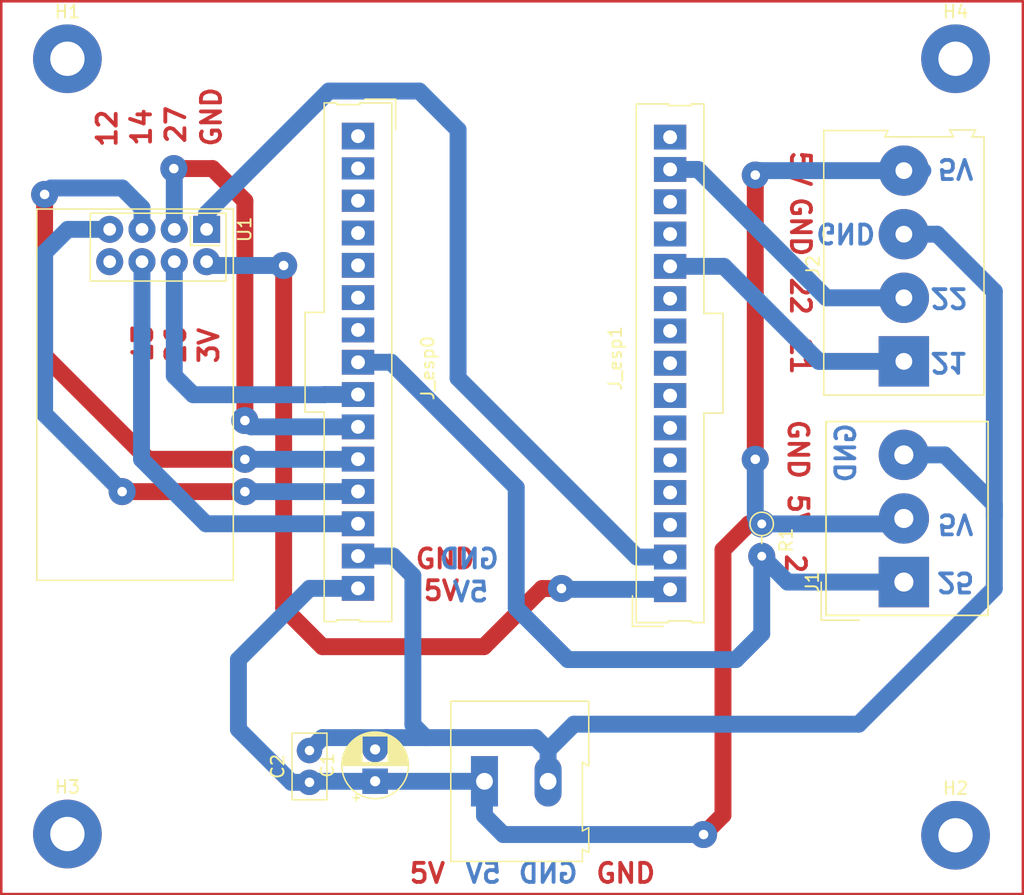
<source format=kicad_pcb>
(kicad_pcb (version 20221018) (generator pcbnew)
  (layers (0 "F.Cu" signal) (31 "B.Cu" signal) (34 "B.Paste" user) (35 "F.Paste" user) (36 "B.SilkS" user "B.Silkscreen") (37 "F.SilkS" user "F.Silkscreen") (38 "B.Mask" user) (39 "F.Mask" user) (44 "Edge.Cuts" user))
  (net 0 "")
  (net 1 "5v")
  (net 2 "GND5V")
  (net 3 "D25")
  (net 4 "D34")
  (net 5 "D33")
  (net 6 "D27")
  (net 7 "D26")
  (net 8 "D14")
  (net 9 "D13")
  (net 10 "D4")
  (net 11 "D5")
  (net 12 "D18")
  (net 13 "D23")
  (net 14 "D19")
  (net 16 "EN")
  (net 17 "VP")
  (net 18 "VN")
  (net 19 "D35")
  (net 20 "D32")
  (net 21 "D12")
  (net 22 "3V3")
  (net 23 "GND2")
  (net 24 "D15")
  (net 25 "D2")
  (net 26 "RX2")
  (net 27 "TX2")
  (net 28 "D21")
  (net 29 "RX0")
  (net 30 "TX0")
  (net 31 "D22")
  (footprint "MountingHole:MountingHole_2.7mm_M2.5_Pad" (layer "F.Cu") (at 249.936 123.036)
    (fp_text reference "H2" (at 0 -3.7) (layer "F.SilkS"))
    (fp_text value "MountingHole")
    (pad "1" thru_hole circle (at 0 0) (size 5.4 5.4) (drill 2.7) (layers "*.Cu" "*.Mask"))
  )
  (footprint "TerminalBlock:TerminalBlock_Altech_AK300-2_P5.00mm" (layer "F.Cu") (at 212.894888 118.792)
    (fp_text reference "5V1" hide)
    (fp_text value "Screw_Terminal_01x02")
    (fp_line (start -2.65 -6.3) (end -2.65 6.3) (stroke (width 0.12)) (layer "F.SilkS"))
    (fp_line (start -2.65 6.3) (end 7.7 6.3) (stroke (width 0.12)) (layer "F.SilkS"))
    (fp_line (start 7.7 -1.5) (end 8.2 -1.2) (stroke (width 0.12)) (layer "F.SilkS"))
    (fp_line (start 7.7 3.9) (end 7.7 -1.5) (stroke (width 0.12)) (layer "F.SilkS"))
    (fp_line (start 7.7 5.35) (end 8.2 5.6) (stroke (width 0.12)) (layer "F.SilkS"))
    (fp_line (start 7.7 6.3) (end 7.7 5.35) (stroke (width 0.12)) (layer "F.SilkS"))
    (fp_line (start 8.2 -6.3) (end -2.65 -6.3) (stroke (width 0.12)) (layer "F.SilkS"))
    (fp_line (start 8.2 -1.2) (end 8.2 -6.3) (stroke (width 0.12)) (layer "F.SilkS"))
    (fp_line (start 8.2 3.65) (end 7.7 3.9) (stroke (width 0.12)) (layer "F.SilkS"))
    (fp_line (start 8.2 3.7) (end 8.2 3.65) (stroke (width 0.12)) (layer "F.SilkS"))
    (fp_line (start 8.2 5.6) (end 8.2 3.7) (stroke (width 0.12)) (layer "F.SilkS"))
    (pad "1" thru_hole rect (at 0 0) (size 2.125 3.96) (drill 1.32) (layers "*.Cu" "*.Mask") (net 1 "5v"))
    (pad "2" thru_hole oval (at 5 0) (size 2.125 3.96) (drill 1.32) (layers "*.Cu" "*.Mask") (net 2 "GND5V"))
  )
  (footprint "Resistor_THT:R_Axial_DIN0204_L3.6mm_D1.6mm_P2.54mm_Vertical" (layer "F.Cu") (at 234.696 98.552 -90)
    (fp_text reference "R1" (at 1.27 -1.92 90) (layer "F.SilkS"))
    (fp_text value "10k")
    (fp_line (start 0.92 0) (end 1.54 0) (stroke (width 0.12)) (layer "F.SilkS"))
    (fp_circle (center 0 0) (end 0.92 0) (stroke (width 0.12)) (fill none) (layer "F.SilkS"))
    (pad "1" thru_hole circle (at 0 0 270) (size 2.125 2.125) (drill 0.7) (layers "*.Cu" "*.Mask") (net 1 "5v"))
    (pad "2" thru_hole oval (at 2.54 0 270) (size 2.125 2.125) (drill 0.7) (layers "*.Cu" "*.Mask") (net 3 "D25"))
  )
  (footprint "Capacitor_THT:CP_Radial_D5.0mm_P2.50mm" (layer "F.Cu") (at 204.296 118.785112 90)
    (fp_text reference "C1" (at 1.25 -3.75 90) (layer "F.SilkS"))
    (fp_text value "C_Polarized")
    (fp_line (start -1.554775 -1.475) (end -1.054775 -1.475) (stroke (width 0.12)) (layer "F.SilkS"))
    (fp_line (start -1.304775 -1.725) (end -1.304775 -1.225) (stroke (width 0.12)) (layer "F.SilkS"))
    (fp_line (start 1.25 -2.58) (end 1.25 2.58) (stroke (width 0.12)) (layer "F.SilkS"))
    (fp_line (start 1.29 -2.58) (end 1.29 2.58) (stroke (width 0.12)) (layer "F.SilkS"))
    (fp_line (start 1.33 -2.579) (end 1.33 2.579) (stroke (width 0.12)) (layer "F.SilkS"))
    (fp_line (start 1.37 -2.578) (end 1.37 2.578) (stroke (width 0.12)) (layer "F.SilkS"))
    (fp_line (start 1.41 -2.576) (end 1.41 2.576) (stroke (width 0.12)) (layer "F.SilkS"))
    (fp_line (start 1.45 -2.573) (end 1.45 2.573) (stroke (width 0.12)) (layer "F.SilkS"))
    (fp_line (start 1.49 -2.569) (end 1.49 -1.04) (stroke (width 0.12)) (layer "F.SilkS"))
    (fp_line (start 1.49 1.04) (end 1.49 2.569) (stroke (width 0.12)) (layer "F.SilkS"))
    (fp_line (start 1.53 -2.565) (end 1.53 -1.04) (stroke (width 0.12)) (layer "F.SilkS"))
    (fp_line (start 1.53 1.04) (end 1.53 2.565) (stroke (width 0.12)) (layer "F.SilkS"))
    (fp_line (start 1.57 -2.561) (end 1.57 -1.04) (stroke (width 0.12)) (layer "F.SilkS"))
    (fp_line (start 1.57 1.04) (end 1.57 2.561) (stroke (width 0.12)) (layer "F.SilkS"))
    (fp_line (start 1.61 -2.556) (end 1.61 -1.04) (stroke (width 0.12)) (layer "F.SilkS"))
    (fp_line (start 1.61 1.04) (end 1.61 2.556) (stroke (width 0.12)) (layer "F.SilkS"))
    (fp_line (start 1.65 -2.55) (end 1.65 -1.04) (stroke (width 0.12)) (layer "F.SilkS"))
    (fp_line (start 1.65 1.04) (end 1.65 2.55) (stroke (width 0.12)) (layer "F.SilkS"))
    (fp_line (start 1.69 -2.543) (end 1.69 -1.04) (stroke (width 0.12)) (layer "F.SilkS"))
    (fp_line (start 1.69 1.04) (end 1.69 2.543) (stroke (width 0.12)) (layer "F.SilkS"))
    (fp_line (start 1.73 -2.536) (end 1.73 -1.04) (stroke (width 0.12)) (layer "F.SilkS"))
    (fp_line (start 1.73 1.04) (end 1.73 2.536) (stroke (width 0.12)) (layer "F.SilkS"))
    (fp_line (start 1.77 -2.528) (end 1.77 -1.04) (stroke (width 0.12)) (layer "F.SilkS"))
    (fp_line (start 1.77 1.04) (end 1.77 2.528) (stroke (width 0.12)) (layer "F.SilkS"))
    (fp_line (start 1.81 -2.52) (end 1.81 -1.04) (stroke (width 0.12)) (layer "F.SilkS"))
    (fp_line (start 1.81 1.04) (end 1.81 2.52) (stroke (width 0.12)) (layer "F.SilkS"))
    (fp_line (start 1.85 -2.511) (end 1.85 -1.04) (stroke (width 0.12)) (layer "F.SilkS"))
    (fp_line (start 1.85 1.04) (end 1.85 2.511) (stroke (width 0.12)) (layer "F.SilkS"))
    (fp_line (start 1.89 -2.501) (end 1.89 -1.04) (stroke (width 0.12)) (layer "F.SilkS"))
    (fp_line (start 1.89 1.04) (end 1.89 2.501) (stroke (width 0.12)) (layer "F.SilkS"))
    (fp_line (start 1.93 -2.491) (end 1.93 -1.04) (stroke (width 0.12)) (layer "F.SilkS"))
    (fp_line (start 1.93 1.04) (end 1.93 2.491) (stroke (width 0.12)) (layer "F.SilkS"))
    (fp_line (start 1.971 -2.48) (end 1.971 -1.04) (stroke (width 0.12)) (layer "F.SilkS"))
    (fp_line (start 1.971 1.04) (end 1.971 2.48) (stroke (width 0.12)) (layer "F.SilkS"))
    (fp_line (start 2.011 -2.468) (end 2.011 -1.04) (stroke (width 0.12)) (layer "F.SilkS"))
    (fp_line (start 2.011 1.04) (end 2.011 2.468) (stroke (width 0.12)) (layer "F.SilkS"))
    (fp_line (start 2.051 -2.455) (end 2.051 -1.04) (stroke (width 0.12)) (layer "F.SilkS"))
    (fp_line (start 2.051 1.04) (end 2.051 2.455) (stroke (width 0.12)) (layer "F.SilkS"))
    (fp_line (start 2.091 -2.442) (end 2.091 -1.04) (stroke (width 0.12)) (layer "F.SilkS"))
    (fp_line (start 2.091 1.04) (end 2.091 2.442) (stroke (width 0.12)) (layer "F.SilkS"))
    (fp_line (start 2.131 -2.428) (end 2.131 -1.04) (stroke (width 0.12)) (layer "F.SilkS"))
    (fp_line (start 2.131 1.04) (end 2.131 2.428) (stroke (width 0.12)) (layer "F.SilkS"))
    (fp_line (start 2.171 -2.414) (end 2.171 -1.04) (stroke (width 0.12)) (layer "F.SilkS"))
    (fp_line (start 2.171 1.04) (end 2.171 2.414) (stroke (width 0.12)) (layer "F.SilkS"))
    (fp_line (start 2.211 -2.398) (end 2.211 -1.04) (stroke (width 0.12)) (layer "F.SilkS"))
    (fp_line (start 2.211 1.04) (end 2.211 2.398) (stroke (width 0.12)) (layer "F.SilkS"))
    (fp_line (start 2.251 -2.382) (end 2.251 -1.04) (stroke (width 0.12)) (layer "F.SilkS"))
    (fp_line (start 2.251 1.04) (end 2.251 2.382) (stroke (width 0.12)) (layer "F.SilkS"))
    (fp_line (start 2.291 -2.365) (end 2.291 -1.04) (stroke (width 0.12)) (layer "F.SilkS"))
    (fp_line (start 2.291 1.04) (end 2.291 2.365) (stroke (width 0.12)) (layer "F.SilkS"))
    (fp_line (start 2.331 -2.348) (end 2.331 -1.04) (stroke (width 0.12)) (layer "F.SilkS"))
    (fp_line (start 2.331 1.04) (end 2.331 2.348) (stroke (width 0.12)) (layer "F.SilkS"))
    (fp_line (start 2.371 -2.329) (end 2.371 -1.04) (stroke (width 0.12)) (layer "F.SilkS"))
    (fp_line (start 2.371 1.04) (end 2.371 2.329) (stroke (width 0.12)) (layer "F.SilkS"))
    (fp_line (start 2.411 -2.31) (end 2.411 -1.04) (stroke (width 0.12)) (layer "F.SilkS"))
    (fp_line (start 2.411 1.04) (end 2.411 2.31) (stroke (width 0.12)) (layer "F.SilkS"))
    (fp_line (start 2.451 -2.29) (end 2.451 -1.04) (stroke (width 0.12)) (layer "F.SilkS"))
    (fp_line (start 2.451 1.04) (end 2.451 2.29) (stroke (width 0.12)) (layer "F.SilkS"))
    (fp_line (start 2.491 -2.268) (end 2.491 -1.04) (stroke (width 0.12)) (layer "F.SilkS"))
    (fp_line (start 2.491 1.04) (end 2.491 2.268) (stroke (width 0.12)) (layer "F.SilkS"))
    (fp_line (start 2.531 -2.247) (end 2.531 -1.04) (stroke (width 0.12)) (layer "F.SilkS"))
    (fp_line (start 2.531 1.04) (end 2.531 2.247) (stroke (width 0.12)) (layer "F.SilkS"))
    (fp_line (start 2.571 -2.224) (end 2.571 -1.04) (stroke (width 0.12)) (layer "F.SilkS"))
    (fp_line (start 2.571 1.04) (end 2.571 2.224) (stroke (width 0.12)) (layer "F.SilkS"))
    (fp_line (start 2.611 -2.2) (end 2.611 -1.04) (stroke (width 0.12)) (layer "F.SilkS"))
    (fp_line (start 2.611 1.04) (end 2.611 2.2) (stroke (width 0.12)) (layer "F.SilkS"))
    (fp_line (start 2.651 -2.175) (end 2.651 -1.04) (stroke (width 0.12)) (layer "F.SilkS"))
    (fp_line (start 2.651 1.04) (end 2.651 2.175) (stroke (width 0.12)) (layer "F.SilkS"))
    (fp_line (start 2.691 -2.149) (end 2.691 -1.04) (stroke (width 0.12)) (layer "F.SilkS"))
    (fp_line (start 2.691 1.04) (end 2.691 2.149) (stroke (width 0.12)) (layer "F.SilkS"))
    (fp_line (start 2.731 -2.122) (end 2.731 -1.04) (stroke (width 0.12)) (layer "F.SilkS"))
    (fp_line (start 2.731 1.04) (end 2.731 2.122) (stroke (width 0.12)) (layer "F.SilkS"))
    (fp_line (start 2.771 -2.095) (end 2.771 -1.04) (stroke (width 0.12)) (layer "F.SilkS"))
    (fp_line (start 2.771 1.04) (end 2.771 2.095) (stroke (width 0.12)) (layer "F.SilkS"))
    (fp_line (start 2.811 -2.065) (end 2.811 -1.04) (stroke (width 0.12)) (layer "F.SilkS"))
    (fp_line (start 2.811 1.04) (end 2.811 2.065) (stroke (width 0.12)) (layer "F.SilkS"))
    (fp_line (start 2.851 -2.035) (end 2.851 -1.04) (stroke (width 0.12)) (layer "F.SilkS"))
    (fp_line (start 2.851 1.04) (end 2.851 2.035) (stroke (width 0.12)) (layer "F.SilkS"))
    (fp_line (start 2.891 -2.004) (end 2.891 -1.04) (stroke (width 0.12)) (layer "F.SilkS"))
    (fp_line (start 2.891 1.04) (end 2.891 2.004) (stroke (width 0.12)) (layer "F.SilkS"))
    (fp_line (start 2.931 -1.971) (end 2.931 -1.04) (stroke (width 0.12)) (layer "F.SilkS"))
    (fp_line (start 2.931 1.04) (end 2.931 1.971) (stroke (width 0.12)) (layer "F.SilkS"))
    (fp_line (start 2.971 -1.937) (end 2.971 -1.04) (stroke (width 0.12)) (layer "F.SilkS"))
    (fp_line (start 2.971 1.04) (end 2.971 1.937) (stroke (width 0.12)) (layer "F.SilkS"))
    (fp_line (start 3.011 -1.901) (end 3.011 -1.04) (stroke (width 0.12)) (layer "F.SilkS"))
    (fp_line (start 3.011 1.04) (end 3.011 1.901) (stroke (width 0.12)) (layer "F.SilkS"))
    (fp_line (start 3.051 -1.864) (end 3.051 -1.04) (stroke (width 0.12)) (layer "F.SilkS"))
    (fp_line (start 3.051 1.04) (end 3.051 1.864) (stroke (width 0.12)) (layer "F.SilkS"))
    (fp_line (start 3.091 -1.826) (end 3.091 -1.04) (stroke (width 0.12)) (layer "F.SilkS"))
    (fp_line (start 3.091 1.04) (end 3.091 1.826) (stroke (width 0.12)) (layer "F.SilkS"))
    (fp_line (start 3.131 -1.785) (end 3.131 -1.04) (stroke (width 0.12)) (layer "F.SilkS"))
    (fp_line (start 3.131 1.04) (end 3.131 1.785) (stroke (width 0.12)) (layer "F.SilkS"))
    (fp_line (start 3.171 -1.743) (end 3.171 -1.04) (stroke (width 0.12)) (layer "F.SilkS"))
    (fp_line (start 3.171 1.04) (end 3.171 1.743) (stroke (width 0.12)) (layer "F.SilkS"))
    (fp_line (start 3.211 -1.699) (end 3.211 -1.04) (stroke (width 0.12)) (layer "F.SilkS"))
    (fp_line (start 3.211 1.04) (end 3.211 1.699) (stroke (width 0.12)) (layer "F.SilkS"))
    (fp_line (start 3.251 -1.653) (end 3.251 -1.04) (stroke (width 0.12)) (layer "F.SilkS"))
    (fp_line (start 3.251 1.04) (end 3.251 1.653) (stroke (width 0.12)) (layer "F.SilkS"))
    (fp_line (start 3.291 -1.605) (end 3.291 -1.04) (stroke (width 0.12)) (layer "F.SilkS"))
    (fp_line (start 3.291 1.04) (end 3.291 1.605) (stroke (width 0.12)) (layer "F.SilkS"))
    (fp_line (start 3.331 -1.554) (end 3.331 -1.04) (stroke (width 0.12)) (layer "F.SilkS"))
    (fp_line (start 3.331 1.04) (end 3.331 1.554) (stroke (width 0.12)) (layer "F.SilkS"))
    (fp_line (start 3.371 -1.5) (end 3.371 -1.04) (stroke (width 0.12)) (layer "F.SilkS"))
    (fp_line (start 3.371 1.04) (end 3.371 1.5) (stroke (width 0.12)) (layer "F.SilkS"))
    (fp_line (start 3.411 -1.443) (end 3.411 -1.04) (stroke (width 0.12)) (layer "F.SilkS"))
    (fp_line (start 3.411 1.04) (end 3.411 1.443) (stroke (width 0.12)) (layer "F.SilkS"))
    (fp_line (start 3.451 -1.383) (end 3.451 -1.04) (stroke (width 0.12)) (layer "F.SilkS"))
    (fp_line (start 3.451 1.04) (end 3.451 1.383) (stroke (width 0.12)) (layer "F.SilkS"))
    (fp_line (start 3.491 -1.319) (end 3.491 -1.04) (stroke (width 0.12)) (layer "F.SilkS"))
    (fp_line (start 3.491 1.04) (end 3.491 1.319) (stroke (width 0.12)) (layer "F.SilkS"))
    (fp_line (start 3.531 -1.251) (end 3.531 -1.04) (stroke (width 0.12)) (layer "F.SilkS"))
    (fp_line (start 3.531 1.04) (end 3.531 1.251) (stroke (width 0.12)) (layer "F.SilkS"))
    (fp_line (start 3.571 -1.178) (end 3.571 1.178) (stroke (width 0.12)) (layer "F.SilkS"))
    (fp_line (start 3.611 -1.098) (end 3.611 1.098) (stroke (width 0.12)) (layer "F.SilkS"))
    (fp_line (start 3.651 -1.011) (end 3.651 1.011) (stroke (width 0.12)) (layer "F.SilkS"))
    (fp_line (start 3.691 -0.915) (end 3.691 0.915) (stroke (width 0.12)) (layer "F.SilkS"))
    (fp_line (start 3.731 -0.805) (end 3.731 0.805) (stroke (width 0.12)) (layer "F.SilkS"))
    (fp_line (start 3.771 -0.677) (end 3.771 0.677) (stroke (width 0.12)) (layer "F.SilkS"))
    (fp_line (start 3.811 -0.518) (end 3.811 0.518) (stroke (width 0.12)) (layer "F.SilkS"))
    (fp_line (start 3.851 -0.284) (end 3.851 0.284) (stroke (width 0.12)) (layer "F.SilkS"))
    (fp_circle (center 1.25 0) (end 3.87 0) (stroke (width 0.12)) (fill none) (layer "F.SilkS"))
    (pad "1" thru_hole rect (at 0 0 90) (size 2 2) (drill 0.8) (layers "*.Cu" "*.Mask") (net 1 "5v"))
    (pad "2" thru_hole circle (at 2.5 0 90) (size 2 2) (drill 0.8) (layers "*.Cu" "*.Mask") (net 2 "GND5V"))
  )
  (footprint "TerminalBlock_Altech:Altech_AK300_1x03_P5.00mm_45-Degree" (layer "F.Cu") (at 245.872 103.124 90)
    (fp_text reference "J1" (at 0 -7.2 90) (layer "F.SilkS"))
    (fp_text value "Screw_Terminal_01x03")
    (fp_line (start -3 -6.5) (end 0 -6.5) (stroke (width 0.12)) (layer "F.SilkS"))
    (fp_line (start -3 -3.5) (end -3 -6.5) (stroke (width 0.12)) (layer "F.SilkS"))
    (fp_line (start -2.62 -6.12) (end -2.62 6.62) (stroke (width 0.12)) (layer "F.SilkS"))
    (fp_line (start -2.62 -6.12) (end -2.62 6.62) (stroke (width 0.12)) (layer "F.SilkS"))
    (fp_line (start -2.62 -6.12) (end 12.62 -6.12) (stroke (width 0.12)) (layer "F.SilkS"))
    (fp_line (start -2.62 -6.12) (end 12.62 -6.12) (stroke (width 0.12)) (layer "F.SilkS"))
    (fp_line (start -2.62 6.62) (end 12.62 6.62) (stroke (width 0.12)) (layer "F.SilkS"))
    (fp_line (start -2.62 6.62) (end 12.62 6.62) (stroke (width 0.12)) (layer "F.SilkS"))
    (fp_line (start 12.62 -6.12) (end 12.62 6.62) (stroke (width 0.12)) (layer "F.SilkS"))
    (fp_line (start 12.62 -6.12) (end 12.62 6.62) (stroke (width 0.12)) (layer "F.SilkS"))
    (pad "1" thru_hole rect (at 0 0 90) (size 3.96 3.96) (drill 1.5) (layers "*.Cu" "*.Mask") (net 3 "D25"))
    (pad "2" thru_hole circle (at 5 0 90) (size 3.96 3.96) (drill 1.5) (layers "*.Cu" "*.Mask") (net 1 "5v"))
    (pad "3" thru_hole circle (at 10 0 90) (size 3.96 3.96) (drill 1.5) (layers "*.Cu" "*.Mask") (net 2 "GND5V"))
  )
  (footprint "TerminalBlock:TerminalBlock_Altech_AK300-4_P5.00mm" (layer "F.Cu") (at 245.872 85.772 90)
    (fp_text reference "J2" (at 7.5 -7.15 90) (layer "F.SilkS"))
    (fp_text value "Screw_Terminal_01x04")
    (fp_line (start -2.65 -6.3) (end 18.15 -6.3) (stroke (width 0.12)) (layer "F.SilkS"))
    (fp_line (start -2.65 6.3) (end -2.65 -6.3) (stroke (width 0.12)) (layer "F.SilkS"))
    (fp_line (start 17.65 -1.5) (end 17.65 3.9) (stroke (width 0.12)) (layer "F.SilkS"))
    (fp_line (start 17.65 3.9) (end 18.2 3.6) (stroke (width 0.12)) (layer "F.SilkS"))
    (fp_line (start 17.65 5.35) (end 17.65 6.3) (stroke (width 0.12)) (layer "F.SilkS"))
    (fp_line (start 17.65 6.3) (end -2.65 6.3) (stroke (width 0.12)) (layer "F.SilkS"))
    (fp_line (start 18.15 -6.3) (end 18.15 -1.25) (stroke (width 0.12)) (layer "F.SilkS"))
    (fp_line (start 18.15 -1.25) (end 17.65 -1.5) (stroke (width 0.12)) (layer "F.SilkS"))
    (fp_line (start 18.2 3.6) (end 18.2 5.65) (stroke (width 0.12)) (layer "F.SilkS"))
    (fp_line (start 18.2 5.65) (end 17.65 5.35) (stroke (width 0.12)) (layer "F.SilkS"))
    (pad "1" thru_hole rect (at 0 0 90) (size 3.96 3.96) (drill 1.32) (layers "*.Cu" "*.Mask") (net 28 "D21"))
    (pad "2" thru_hole oval (at 5 0 90) (size 3.96 3.96) (drill 1.32) (layers "*.Cu" "*.Mask") (net 31 "D22"))
    (pad "3" thru_hole oval (at 10 0 90) (size 3.96 3.96) (drill 1.32) (layers "*.Cu" "*.Mask") (net 2 "GND5V"))
    (pad "4" thru_hole oval (at 15 0 90) (size 3.96 3.96) (drill 1.32) (layers "*.Cu" "*.Mask") (net 1 "5v"))
  )
  (footprint "MountingHole:MountingHole_2.7mm_M2.5_Pad" (layer "F.Cu") (at 249.936 61.976)
    (fp_text reference "H4" (at 0 -3.7) (layer "F.SilkS"))
    (fp_text value "MountingHole")
    (pad "1" thru_hole circle (at 0 0) (size 5.4 5.4) (drill 2.7) (layers "*.Cu" "*.Mask"))
  )
  (footprint "RF_Module:nRF24L01_Breakout" (layer "F.Cu") (at 191.045 75.392 -90)
    (fp_text reference "U1" (at 0 -3 90) (layer "F.SilkS"))
    (fp_text value "NRF24L01_Breakout")
    (fp_line (start -1.6 -2.1) (end -1.6 -2.1) (stroke (width 0.12)) (layer "F.SilkS"))
    (fp_line (start -1.6 -2.1) (end 27.6 -2.1) (stroke (width 0.12)) (layer "F.SilkS"))
    (fp_line (start -1.6 13.35) (end -1.6 -2.1) (stroke (width 0.12)) (layer "F.SilkS"))
    (fp_line (start -1.27 -1.524) (end -1.27 -1.524) (stroke (width 0.12)) (layer "F.SilkS"))
    (fp_line (start -1.27 -1.524) (end 4.064 -1.524) (stroke (width 0.12)) (layer "F.SilkS"))
    (fp_line (start -1.27 9.144) (end -1.27 -1.524) (stroke (width 0.12)) (layer "F.SilkS"))
    (fp_line (start -1.27 9.144) (end -1.27 9.144) (stroke (width 0.12)) (layer "F.SilkS"))
    (fp_line (start -1.016 1.27) (end -1.016 1.27) (stroke (width 0.12)) (layer "F.SilkS"))
    (fp_line (start 1.27 -1.016) (end 1.27 1.27) (stroke (width 0.12)) (layer "F.SilkS"))
    (fp_line (start 1.27 1.27) (end -1.016 1.27) (stroke (width 0.12)) (layer "F.SilkS"))
    (fp_line (start 4.064 -1.524) (end 4.064 9.144) (stroke (width 0.12)) (layer "F.SilkS"))
    (fp_line (start 4.064 9.144) (end -1.27 9.144) (stroke (width 0.12)) (layer "F.SilkS"))
    (fp_line (start 27.6 -2.1) (end 27.6 13.35) (stroke (width 0.12)) (layer "F.SilkS"))
    (fp_line (start 27.6 13.35) (end -1.6 13.35) (stroke (width 0.12)) (layer "F.SilkS"))
    (pad "1" thru_hole rect (at 0 0 270) (size 2.125 2.125) (drill 1) (layers "*.Cu" "*.Mask") (net 23 "GND2"))
    (pad "2" thru_hole circle (at 2.54 0 270) (size 2.125 2.125) (drill 1) (layers "*.Cu" "*.Mask") (net 22 "3V3"))
    (pad "3" thru_hole circle (at 0 2.54 270) (size 2.125 2.125) (drill 1) (layers "*.Cu" "*.Mask") (net 6 "D27"))
    (pad "4" thru_hole circle (at 2.54 2.54 270) (size 2.125 2.125) (drill 1) (layers "*.Cu" "*.Mask") (net 7 "D26"))
    (pad "5" thru_hole circle (at 0 5.08 270) (size 2.125 2.125) (drill 1) (layers "*.Cu" "*.Mask") (net 8 "D14"))
    (pad "6" thru_hole circle (at 2.54 5.08 270) (size 2.125 2.125) (drill 1) (layers "*.Cu" "*.Mask") (net 9 "D13"))
    (pad "7" thru_hole circle (at 0 7.62 270) (size 2.125 2.125) (drill 1) (layers "*.Cu" "*.Mask") (net 21 "D12"))
    (pad "8" thru_hole circle (at 2.54 7.62 270) (size 2.125 2.125) (drill 1) (layers "*.Cu" "*.Mask"))
  )
  (footprint "Capacitor_THT:C_Disc_D5.0mm_W2.5mm_P2.50mm" (layer "F.Cu") (at 199.136 118.872 90)
    (fp_text reference "C2" (at 1.25 -2.5 90) (layer "F.SilkS"))
    (fp_text value "C_Generic")
    (fp_line (start -1.37 -1.37) (end -1.37 1.37) (stroke (width 0.12)) (layer "F.SilkS"))
    (fp_line (start -1.37 -1.37) (end 3.87 -1.37) (stroke (width 0.12)) (layer "F.SilkS"))
    (fp_line (start -1.37 1.37) (end 3.87 1.37) (stroke (width 0.12)) (layer "F.SilkS"))
    (fp_line (start 3.87 -1.37) (end 3.87 1.37) (stroke (width 0.12)) (layer "F.SilkS"))
    (pad "1" thru_hole circle (at 0 0 90) (size 2 2) (drill 0.75) (layers "*.Cu" "*.Mask") (net 1 "5v"))
    (pad "2" thru_hole circle (at 2.5 0 90) (size 2 2) (drill 0.74) (layers "*.Cu" "*.Mask") (net 2 "GND5V"))
  )
  (footprint "esp32:Connector_Molex_Molex_SL_171971-0015_1x15_P2.54mm_Vertical_squares" (layer "F.Cu") (at 219.3405 85.459 90)
    (fp_text reference "J_esp1" (at -0.06 3.8375 90 unlocked) (layer "F.SilkS"))
    (fp_text value "Conn_01x15_Female")
    (fp_line (start -21.15 5.19) (end -18.74 5.19) (stroke (width 0.12)) (layer "F.SilkS"))
    (fp_line (start -21.15 7.6) (end -21.15 5.19) (stroke (width 0.12)) (layer "F.SilkS"))
    (fp_line (start -20.85 5.49) (end -20.85 8.02) (stroke (width 0.12)) (layer "F.SilkS"))
    (fp_line (start -20.85 8.02) (end -20.72 8.02) (stroke (width 0.12)) (layer "F.SilkS"))
    (fp_line (start -20.85 9.83) (end -20.85 10.81) (stroke (width 0.12)) (layer "F.SilkS"))
    (fp_line (start -20.85 10.81) (end -4.38 10.81) (stroke (width 0.12)) (layer "F.SilkS"))
    (fp_line (start -20.72 8.02) (end -20.72 9.83) (stroke (width 0.12)) (layer "F.SilkS"))
    (fp_line (start -20.72 9.83) (end -20.85 9.83) (stroke (width 0.12)) (layer "F.SilkS"))
    (fp_line (start -4.38 10.81) (end -4.38 12.31) (stroke (width 0.12)) (layer "F.SilkS"))
    (fp_line (start -4.38 12.31) (end 3.46 12.31) (stroke (width 0.12)) (layer "F.SilkS"))
    (fp_line (start 3.46 10.81) (end 19.93 10.81) (stroke (width 0.12)) (layer "F.SilkS"))
    (fp_line (start 3.46 12.31) (end 3.46 10.81) (stroke (width 0.12)) (layer "F.SilkS"))
    (fp_line (start 19.8 8.02) (end 19.93 8.02) (stroke (width 0.12)) (layer "F.SilkS"))
    (fp_line (start 19.8 9.83) (end 19.8 8.02) (stroke (width 0.12)) (layer "F.SilkS"))
    (fp_line (start 19.93 5.49) (end -20.85 5.49) (stroke (width 0.12)) (layer "F.SilkS"))
    (fp_line (start 19.93 8.02) (end 19.93 5.49) (stroke (width 0.12)) (layer "F.SilkS"))
    (fp_line (start 19.93 9.83) (end 19.8 9.83) (stroke (width 0.12)) (layer "F.SilkS"))
    (fp_line (start 19.93 10.81) (end 19.93 9.83) (stroke (width 0.12)) (layer "F.SilkS"))
    (pad "1" thru_hole rect (at -18.24 8.15 90) (size 2 2.54) (drill 1.09) (layers "F&B.Cu" "*.Mask") (net 22 "3V3"))
    (pad "2" thru_hole rect (at -15.7 8.15 90) (size 1.95 2.54) (drill 1.09) (layers "F&B.Cu" "*.Mask") (net 23 "GND2"))
    (pad "3" thru_hole rect (at -13.16 8.15 90) (size 1.95 2.54) (drill 1.09) (layers "F&B.Cu" "*.Mask") (net 24 "D15"))
    (pad "4" thru_hole rect (at -10.62 8.15 90) (size 1.95 2.54) (drill 1.09) (layers "F&B.Cu" "*.Mask") (net 25 "D2"))
    (pad "5" thru_hole rect (at -8.08 8.15 90) (size 1.95 2.54) (drill 1.09) (layers "F&B.Cu" "*.Mask") (net 10 "D4"))
    (pad "6" thru_hole rect (at -5.54 8.15 90) (size 1.95 2.54) (drill 1.09) (layers "F&B.Cu" "*.Mask") (net 26 "RX2"))
    (pad "7" thru_hole rect (at -3 8.15 90) (size 1.95 2.54) (drill 1.09) (layers "F&B.Cu" "*.Mask") (net 27 "TX2"))
    (pad "8" thru_hole rect (at -0.46 8.15 90) (size 1.95 2.54) (drill 1.09) (layers "F&B.Cu" "*.Mask") (net 11 "D5"))
    (pad "9" thru_hole rect (at 2.08 8.15 90) (size 1.95 2.54) (drill 1.09) (layers "F&B.Cu" "*.Mask") (net 12 "D18"))
    (pad "10" thru_hole rect (at 4.62 8.15 90) (size 1.95 2.54) (drill 1.09) (layers "F&B.Cu" "*.Mask") (net 14 "D19"))
    (pad "11" thru_hole rect (at 7.16 8.15 90) (size 1.95 2.54) (drill 1.09) (layers "F&B.Cu" "*.Mask") (net 28 "D21"))
    (pad "12" thru_hole rect (at 9.7 8.15 90) (size 1.95 2.54) (drill 1.09) (layers "F&B.Cu" "*.Mask") (net 29 "RX0"))
    (pad "13" thru_hole rect (at 12.24 8.15 90) (size 1.95 2.54) (drill 1.09) (layers "F&B.Cu" "*.Mask") (net 30 "TX0"))
    (pad "14" thru_hole rect (at 14.78 8.15 90) (size 1.95 2.54) (drill 1.09) (layers "F&B.Cu" "*.Mask") (net 31 "D22"))
    (pad "15" thru_hole rect (at 17.32 8.15 90) (size 1.95 2.54) (drill 1.09) (layers "F&B.Cu" "*.Mask") (net 13 "D23"))
  )
  (footprint "MountingHole:MountingHole_2.7mm_M2.5_Pad" (layer "F.Cu") (at 180.1 122.936)
    (fp_text reference "H3" (at 0 -3.7) (layer "F.SilkS"))
    (fp_text value "MountingHole")
    (pad "1" thru_hole circle (at 0 0) (size 5.4 5.4) (drill 2.7) (layers "*.Cu" "*.Mask"))
  )
  (footprint "esp32:Connector_Molex_Molex_SL_171971-0015_1x15_P2.54mm_Vertical_squares" (layer "F.Cu") (at 211.1 86.3 -90)
    (fp_text reference "J_esp0" (at 0 2.6675 90 unlocked) (layer "F.SilkS"))
    (fp_text value "Conn_01x15_Female")
    (fp_line (start -21.15 5.19) (end -18.74 5.19) (stroke (width 0.12)) (layer "F.SilkS"))
    (fp_line (start -21.15 7.6) (end -21.15 5.19) (stroke (width 0.12)) (layer "F.SilkS"))
    (fp_line (start -20.85 5.49) (end -20.85 8.02) (stroke (width 0.12)) (layer "F.SilkS"))
    (fp_line (start -20.85 8.02) (end -20.72 8.02) (stroke (width 0.12)) (layer "F.SilkS"))
    (fp_line (start -20.85 9.83) (end -20.85 10.81) (stroke (width 0.12)) (layer "F.SilkS"))
    (fp_line (start -20.85 10.81) (end -4.38 10.81) (stroke (width 0.12)) (layer "F.SilkS"))
    (fp_line (start -20.72 8.02) (end -20.72 9.83) (stroke (width 0.12)) (layer "F.SilkS"))
    (fp_line (start -20.72 9.83) (end -20.85 9.83) (stroke (width 0.12)) (layer "F.SilkS"))
    (fp_line (start -4.38 10.81) (end -4.38 12.31) (stroke (width 0.12)) (layer "F.SilkS"))
    (fp_line (start -4.38 12.31) (end 3.46 12.31) (stroke (width 0.12)) (layer "F.SilkS"))
    (fp_line (start 3.46 10.81) (end 19.93 10.81) (stroke (width 0.12)) (layer "F.SilkS"))
    (fp_line (start 3.46 12.31) (end 3.46 10.81) (stroke (width 0.12)) (layer "F.SilkS"))
    (fp_line (start 19.8 8.02) (end 19.93 8.02) (stroke (width 0.12)) (layer "F.SilkS"))
    (fp_line (start 19.8 9.83) (end 19.8 8.02) (stroke (width 0.12)) (layer "F.SilkS"))
    (fp_line (start 19.93 5.49) (end -20.85 5.49) (stroke (width 0.12)) (layer "F.SilkS"))
    (fp_line (start 19.93 8.02) (end 19.93 5.49) (stroke (width 0.12)) (layer "F.SilkS"))
    (fp_line (start 19.93 9.83) (end 19.8 9.83) (stroke (width 0.12)) (layer "F.SilkS"))
    (fp_line (start 19.93 10.81) (end 19.93 9.83) (stroke (width 0.12)) (layer "F.SilkS"))
    (pad "1" thru_hole rect (at -18.24 8.15 270) (size 2.1 2.54) (drill 1.09) (layers "F&B.Cu" "*.Mask") (net 16 "EN"))
    (pad "2" thru_hole rect (at -15.7 8.15 270) (size 1.74 2.54) (drill 1.09) (layers "F&B.Cu" "*.Mask") (net 17 "VP"))
    (pad "3" thru_hole rect (at -13.16 8.15 270) (size 1.74 2.54) (drill 1.09) (layers "F&B.Cu" "*.Mask") (net 18 "VN"))
    (pad "4" thru_hole rect (at -10.62 8.15 270) (size 1.95 2.54) (drill 1.09) (layers "F&B.Cu" "*.Mask") (net 4 "D34"))
    (pad "5" thru_hole rect (at -8.08 8.15 270) (size 1.95 2.54) (drill 1.09) (layers "F&B.Cu" "*.Mask") (net 19 "D35"))
    (pad "6" thru_hole rect (at -5.54 8.15 270) (size 1.95 2.54) (drill 1.09) (layers "F&B.Cu" "*.Mask") (net 20 "D32"))
    (pad "7" thru_hole rect (at -3 8.15 270) (size 1.95 2.54) (drill 1.09) (layers "F&B.Cu" "*.Mask") (net 5 "D33"))
    (pad "8" thru_hole rect (at -0.46 8.15 270) (size 1.95 2.54) (drill 1.09) (layers "F&B.Cu" "*.Mask") (net 3 "D25"))
    (pad "9" thru_hole rect (at 2.08 8.15 270) (size 1.95 2.54) (drill 1.09) (layers "F&B.Cu" "*.Mask") (net 7 "D26"))
    (pad "10" thru_hole rect (at 4.62 8.15 270) (size 1.95 2.54) (drill 1.09) (layers "F&B.Cu" "*.Mask") (net 6 "D27"))
    (pad "11" thru_hole rect (at 7.16 8.15 270) (size 1.95 2.54) (drill 1.09) (layers "F&B.Cu" "*.Mask") (net 8 "D14"))
    (pad "12" thru_hole rect (at 9.7 8.15 270) (size 1.95 2.54) (drill 1.09) (layers "F&B.Cu" "*.Mask") (net 21 "D12"))
    (pad "13" thru_hole rect (at 12.24 8.15 270) (size 1.95 2.54) (drill 1.09) (layers "F&B.Cu" "*.Mask") (net 9 "D13"))
    (pad "14" thru_hole rect (at 14.78 8.15 270) (size 1.95 2.54) (drill 1.09) (layers "F&B.Cu" "*.Mask") (net 2 "GND5V"))
    (pad "15" thru_hole rect (at 17.32 8.15 270) (size 1.95 2.54) (drill 1.09) (layers "F&B.Cu" "*.Mask") (net 1 "5v"))
  )
  (footprint "MountingHole:MountingHole_2.7mm_M2.5_Pad" (layer "F.Cu") (at 180.1 61.976)
    (fp_text reference "H1" (at 0 -3.7) (layer "F.SilkS"))
    (fp_text value "MountingHole")
    (pad "1" thru_hole circle (at 0 0) (size 5.4 5.4) (drill 2.7) (layers "*.Cu" "*.Mask"))
  )
  (gr_rect (start 174.9 57.456) (end 255.232 127.66) (stroke (width 0.2)) (fill none) (layer "F.Cu"))
  (gr_text "27" (at 188.62 67.148 90) (layer "F.Cu") (effects (font (size 1.5 1.5) (thickness 0.3))))
  (gr_text "5V" (at 237.5475 97.5865 -90) (layer "F.Cu") (effects (font (size 1.5 1.5) (thickness 0.3))))
  (gr_text "14" (at 185.92 67.348 90) (layer "F.Cu") (effects (font (size 1.5 1.5) (thickness 0.3))))
  (gr_text "GND" (at 224 126.024) (layer "F.Cu") (effects (font (size 1.5 1.5) (thickness 0.3))))
  (gr_text "12" (at 183.22 67.448 90) (layer "F.Cu") (effects (font (size 1.5 1.5) (thickness 0.3))))
  (gr_text "GND" (at 237.744 75.184 -90) (layer "F.Cu") (effects (font (size 1.5 1.5) (thickness 0.3))))
  (gr_text "25" (at 237.3475 102.3865 -90) (layer "F.Cu") (effects (font (size 1.5 1.5) (thickness 0.3))))
  (gr_text "GND" (at 237.5475 92.6865 -90) (layer "F.Cu") (effects (font (size 1.5 1.5) (thickness 0.3))))
  (gr_text "GND" (at 209.804 101.3) (layer "F.Cu") (effects (font (size 1.5 1.5) (thickness 0.3))))
  (gr_text "13" (at 186.02 84.328 90) (layer "F.Cu") (effects (font (size 1.5 1.5) (thickness 0.3))))
  (gr_text "26" (at 188.62 84.428 90) (layer "F.Cu") (effects (font (size 1.5 1.5) (thickness 0.3))))
  (gr_text "GND" (at 191.42 66.548 90) (layer "F.Cu") (effects (font (size 1.5 1.5) (thickness 0.3))))
  (gr_text "22" (at 237.744 80.644 -90) (layer "F.Cu") (effects (font (size 1.5 1.5) (thickness 0.3))))
  (gr_text "3V" (at 191.22 84.528 90) (layer "F.Cu") (effects (font (size 1.5 1.5) (thickness 0.3))))
  (gr_text "5V" (at 208.4 126.024) (layer "F.Cu") (effects (font (size 1.5 1.5) (thickness 0.3))))
  (gr_text "21" (at 237.744 85.344 -90) (layer "F.Cu") (effects (font (size 1.5 1.5) (thickness 0.3))))
  (gr_text "5V" (at 209.504 103.8) (layer "F.Cu") (effects (font (size 1.5 1.5) (thickness 0.3))))
  (gr_text "5V" (at 237.744 70.612 -90) (layer "F.Cu") (effects (font (size 1.5 1.5) (thickness 0.3))))
  (gr_text "5V" (at 212.8 126.024) (layer "B.Cu") (effects (font (size 1.5 1.5) (thickness 0.3)) (justify mirror)))
  (gr_text "GND" (at 241.3 75.692 180) (layer "B.Cu") (effects (font (size 1.5 1.5) (thickness 0.3)) (justify mirror)))
  (gr_text "22" (at 249.428 80.772 180) (layer "B.Cu") (effects (font (size 1.5 1.5) (thickness 0.3)) (justify mirror)))
  (gr_text "25" (at 249.936 103.124 180) (layer "B.Cu") (effects (font (size 1.5 1.5) (thickness 0.3)) (justify mirror)))
  (gr_text "5V" (at 249.936 70.612 180) (layer "B.Cu") (effects (font (size 1.5 1.5) (thickness 0.3)) (justify mirror)))
  (gr_text "GND" (at 217.9 126.024) (layer "B.Cu") (effects (font (size 1.5 1.5) (thickness 0.3)) (justify mirror)))
  (gr_text "GND" (at 211.7 101.3) (layer "B.Cu") (effects (font (size 1.5 1.5) (thickness 0.3)) (justify mirror)))
  (gr_text "21" (at 249.428 85.852 180) (layer "B.Cu") (effects (font (size 1.5 1.5) (thickness 0.3)) (justify mirror)))
  (gr_text "5V" (at 211.8 103.9) (layer "B.Cu") (effects (font (size 1.5 1.5) (thickness 0.3)) (justify mirror)))
  (gr_text "GND" (at 241.3 92.964 90) (layer "B.Cu") (effects (font (size 1.5 1.5) (thickness 0.3)) (justify mirror)))
  (gr_text "5V" (at 249.936 98.552 180) (layer "B.Cu") (effects (font (size 1.5 1.5) (thickness 0.3)) (justify mirror)))
  (segment (start 233.68 98.552) (end 234.696 98.552) (width 1.33) (layer "F.Cu") (net 1))
  (segment (start 234.188 71.12) (end 234.188 93.472) (width 1.33) (layer "F.Cu") (net 1))
  (segment (start 231.648 100.584) (end 233.68 98.552) (width 1.33) (layer "F.Cu") (net 1))
  (segment (start 231.648 121.452) (end 230.124 122.976) (width 1.33) (layer "F.Cu") (net 1))
  (segment (start 231.648 100.584) (end 231.648 121.452) (width 1.33) (layer "F.Cu") (net 1))
  (via (at 234.188 71.12) (size 2.125) (drill 0.75) (layers "F.Cu" "B.Cu") (net 1))
  (via (at 230.124 122.976) (size 2.125) (drill 0.75) (layers "F.Cu" "B.Cu") (net 1))
  (via (at 234.188 93.472) (size 2.125) (drill 0.75) (layers "F.Cu" "B.Cu") (net 1))
  (segment (start 214.376 122.976) (end 230.124 122.976) (width 1.33) (layer "B.Cu") (net 1))
  (segment (start 199.148 103.62) (end 202.95 103.62) (width 1.33) (layer "B.Cu") (net 1))
  (segment (start 245.444 98.552) (end 245.872 98.124) (width 1.33) (layer "B.Cu") (net 1))
  (segment (start 234.188 71.12) (end 234.536 70.772) (width 1.33) (layer "B.Cu") (net 1))
  (segment (start 247.364 70.772) (end 245.872 70.772) (width 1.33) (layer "B.Cu") (net 1))
  (segment (start 212.894888 118.792) (end 212.894888 118.997112) (width 1.33) (layer "B.Cu") (net 1))
  (segment (start 193.548 109.22) (end 199.148 103.62) (width 1.33) (layer "B.Cu") (net 1))
  (segment (start 199.136 118.872) (end 197.721787 118.872) (width 1.33) (layer "B.Cu") (net 1))
  (segment (start 234.536 70.772) (end 245.872 70.772) (width 1.33) (layer "B.Cu") (net 1))
  (segment (start 199.216 118.792) (end 199.136 118.872) (width 1.33) (layer "B.Cu") (net 1))
  (segment (start 234.188 93.472) (end 234.188 98.044) (width 1.33) (layer "B.Cu") (net 1))
  (segment (start 212.894888 121.494888) (end 214.376 122.976) (width 1.33) (layer "B.Cu") (net 1))
  (segment (start 234.188 98.044) (end 234.696 98.552) (width 1.33) (layer "B.Cu") (net 1))
  (segment (start 212.894888 118.792) (end 199.216 118.792) (width 1.33) (layer "B.Cu") (net 1))
  (segment (start 193.548 114.698213) (end 193.548 109.22) (width 1.33) (layer "B.Cu") (net 1))
  (segment (start 212.894888 118.792) (end 212.894888 121.494888) (width 1.33) (layer "B.Cu") (net 1))
  (segment (start 197.721787 118.872) (end 193.548 114.698213) (width 1.33) (layer "B.Cu") (net 1))
  (segment (start 234.696 98.552) (end 245.444 98.552) (width 1.33) (layer "B.Cu") (net 1))
  (segment (start 217.894888 118.792) (end 217.894888 116.334888) (width 1.33) (layer "B.Cu") (net 2))
  (segment (start 252.984 103.632) (end 242.316 114.3) (width 1.33) (layer "B.Cu") (net 2))
  (segment (start 252.984 97.028) (end 252.984 103.632) (width 1.33) (layer "B.Cu") (net 2))
  (segment (start 219.929776 114.3) (end 217.894888 116.334888) (width 1.33) (layer "B.Cu") (net 2))
  (segment (start 245.872 93.124) (end 249.08 93.124) (width 1.33) (layer "B.Cu") (net 2))
  (segment (start 205.716 101.08) (end 202.95 101.08) (width 1.33) (layer "B.Cu") (net 2))
  (segment (start 252.984 80.264) (end 248.492 75.772) (width 1.33) (layer "B.Cu") (net 2))
  (segment (start 205.225112 115.356) (end 204.296 116.285112) (width 1.33) (layer "B.Cu") (net 2))
  (segment (start 200.152 115.356) (end 199.136 116.372) (width 1.33) (layer "B.Cu") (net 2))
  (segment (start 249.08 93.124) (end 252.984 97.028) (width 1.33) (layer "B.Cu") (net 2))
  (segment (start 252.984 98.044) (end 252.984 80.264) (width 1.33) (layer "B.Cu") (net 2))
  (segment (start 217.894888 116.334888) (end 216.916 115.356) (width 1.33) (layer "B.Cu") (net 2))
  (segment (start 248.492 75.772) (end 245.872 75.772) (width 1.33) (layer "B.Cu") (net 2))
  (segment (start 208.28 115.356) (end 205.225112 115.356) (width 1.33) (layer "B.Cu") (net 2))
  (segment (start 208.28 115.356) (end 207.264 114.34) (width 1.33) (layer "B.Cu") (net 2))
  (segment (start 204.209112 116.372) (end 204.296 116.285112) (width 1.33) (layer "B.Cu") (net 2))
  (segment (start 207.264 102.628) (end 205.716 101.08) (width 1.33) (layer "B.Cu") (net 2))
  (segment (start 205.225112 115.356) (end 200.152 115.356) (width 1.33) (layer "B.Cu") (net 2))
  (segment (start 216.916 115.356) (end 208.28 115.356) (width 1.33) (layer "B.Cu") (net 2))
  (segment (start 207.264 114.34) (end 207.264 102.628) (width 1.33) (layer "B.Cu") (net 2))
  (segment (start 242.316 114.3) (end 219.929776 114.3) (width 1.33) (layer "B.Cu") (net 2))
  (segment (start 205.55 85.84) (end 215.392 95.682) (width 1.33) (layer "B.Cu") (net 3))
  (segment (start 215.392 105.156) (end 219.456 109.22) (width 1.33) (layer "B.Cu") (net 3))
  (segment (start 232.664 109.22) (end 234.696 107.188) (width 1.33) (layer "B.Cu") (net 3))
  (segment (start 215.392 95.682) (end 215.392 105.156) (width 1.33) (layer "B.Cu") (net 3))
  (segment (start 219.456 109.22) (end 232.664 109.22) (width 1.33) (layer "B.Cu") (net 3))
  (segment (start 234.696 107.188) (end 234.696 101.092) (width 1.33) (layer "B.Cu") (net 3))
  (segment (start 234.696 101.092) (end 236.728 103.124) (width 1.33) (layer "B.Cu") (net 3))
  (segment (start 236.728 103.124) (end 245.872 103.124) (width 1.33) (layer "B.Cu") (net 3))
  (segment (start 202.95 85.84) (end 205.55 85.84) (width 1.33) (layer "B.Cu") (net 3))
  (segment (start 194.056 90.424) (end 194.056 73.152) (width 1.33) (layer "F.Cu") (net 6))
  (segment (start 191.516 70.612) (end 188.468 70.612) (width 1.33) (layer "F.Cu") (net 6))
  (segment (start 194.056 73.152) (end 191.516 70.612) (width 1.33) (layer "F.Cu") (net 6))
  (via (at 188.468 70.612) (size 2.125) (drill 0.75) (layers "F.Cu" "B.Cu") (net 6))
  (via (at 194.056 90.424) (size 2.125) (drill 0.75) (layers "F.Cu" "B.Cu") (net 6))
  (segment (start 188.505 75.392) (end 188.505 70.649) (width 1.33) (layer "B.Cu") (net 6))
  (segment (start 202.73 90.7) (end 202.95 90.92) (width 1.33) (layer "B.Cu") (net 6))
  (segment (start 194.056 90.424) (end 194.552 90.92) (width 1.33) (layer "B.Cu") (net 6))
  (segment (start 188.505 70.649) (end 188.468 70.612) (width 1.33) (layer "B.Cu") (net 6))
  (segment (start 194.552 90.92) (end 202.95 90.92) (width 1.33) (layer "B.Cu") (net 6))
  (segment (start 200.338 88.392) (end 189.992 88.392) (width 1.33) (layer "B.Cu") (net 7))
  (segment (start 200.35 88.38) (end 200.338 88.392) (width 1.33) (layer "B.Cu") (net 7))
  (segment (start 202.95 88.38) (end 200.35 88.38) (width 1.33) (layer "B.Cu") (net 7))
  (segment (start 189.992 88.392) (end 188.505 86.905) (width 1.33) (layer "B.Cu") (net 7))
  (segment (start 188.505 86.905) (end 188.505 77.932) (width 1.33) (layer "B.Cu") (net 7))
  (segment (start 186.436 93.472) (end 178.308 85.344) (width 1.33) (layer "F.Cu") (net 8))
  (segment (start 178.308 85.344) (end 178.308 72.644) (width 1.33) (layer "F.Cu") (net 8))
  (segment (start 194.056 93.472) (end 186.436 93.472) (width 1.33) (layer "F.Cu") (net 8))
  (via (at 194.056 93.472) (size 2.125) (drill 0.75) (layers "F.Cu" "B.Cu") (net 8))
  (via (at 178.308 72.644) (size 2.125) (drill 0.75) (layers "F.Cu" "B.Cu") (net 8))
  (segment (start 185.965 73.697) (end 185.965 75.392) (width 1.33) (layer "B.Cu") (net 8))
  (segment (start 178.308 72.644) (end 178.816 72.136) (width 1.33) (layer "B.Cu") (net 8))
  (segment (start 178.816 72.136) (end 184.404 72.136) (width 1.33) (layer "B.Cu") (net 8))
  (segment (start 194.056 93.472) (end 202.938 93.472) (width 1.33) (layer "B.Cu") (net 8))
  (segment (start 202.938 93.472) (end 202.95 93.46) (width 1.33) (layer "B.Cu") (net 8))
  (segment (start 184.404 72.136) (end 185.965 73.697) (width 1.33) (layer "B.Cu") (net 8))
  (segment (start 185.928 93.472) (end 185.928 85.344) (width 1.33) (layer "B.Cu") (net 9))
  (segment (start 185.928 85.344) (end 185.965 85.307) (width 1.33) (layer "B.Cu") (net 9))
  (segment (start 190.996 98.54) (end 185.928 93.472) (width 1.33) (layer "B.Cu") (net 9))
  (segment (start 185.965 85.307) (end 185.965 77.932) (width 1.33) (layer "B.Cu") (net 9))
  (segment (start 202.95 98.54) (end 190.996 98.54) (width 1.33) (layer "B.Cu") (net 9))
  (segment (start 184.416 96) (end 184.404 96.012) (width 1.33) (layer "F.Cu") (net 21))
  (segment (start 194.056 96.012) (end 184.404 96.012) (width 1.33) (layer "F.Cu") (net 21))
  (via (at 184.404 96.012) (size 2.125) (drill 0.75) (layers "F.Cu" "B.Cu") (net 21))
  (via (at 194.056 96.012) (size 2.125) (drill 0.75) (layers "F.Cu" "B.Cu") (net 21))
  (segment (start 194.056 96.012) (end 202.938 96.012) (width 1.33) (layer "B.Cu") (net 21))
  (segment (start 202.938 96.012) (end 202.95 96) (width 1.33) (layer "B.Cu") (net 21))
  (segment (start 178.308 77.216) (end 178.308 89.916) (width 1.33) (layer "B.Cu") (net 21))
  (segment (start 178.308 89.916) (end 184.404 96.012) (width 1.33) (layer "B.Cu") (net 21))
  (segment (start 183.425 75.392) (end 180.132 75.392) (width 1.33) (layer "B.Cu") (net 21))
  (segment (start 180.132 75.392) (end 178.308 77.216) (width 1.33) (layer "B.Cu") (net 21))
  (segment (start 197.104 105.156) (end 197.104 78.232) (width 1.33) (layer "F.Cu") (net 22))
  (segment (start 200.152 108.204) (end 197.104 105.156) (width 1.33) (layer "F.Cu") (net 22))
  (segment (start 217.424 103.632) (end 212.852 108.204) (width 1.33) (layer "F.Cu") (net 22))
  (segment (start 218.948 103.632) (end 217.424 103.632) (width 1.33) (layer "F.Cu") (net 22))
  (segment (start 212.852 108.204) (end 200.152 108.204) (width 1.33) (layer "F.Cu") (net 22))
  (via (at 197.104 78.232) (size 2.125) (drill 0.75) (layers "F.Cu" "B.Cu") (net 22))
  (via (at 218.948 103.632) (size 2.125) (drill 0.75) (layers "F.Cu" "B.Cu") (net 22))
  (segment (start 219.015 103.699) (end 227.4905 103.699) (width 1.33) (layer "B.Cu") (net 22))
  (segment (start 218.948 103.632) (end 219.015 103.699) (width 1.33) (layer "B.Cu") (net 22))
  (segment (start 197.104 78.232) (end 191.345 78.232) (width 1.33) (layer "B.Cu") (net 22))
  (segment (start 191.345 78.232) (end 191.045 77.932) (width 1.33) (layer "B.Cu") (net 22))
  (segment (start 210.82 87.0885) (end 210.82 67.564) (width 1.33) (layer "B.Cu") (net 23))
  (segment (start 191.045 74.131) (end 191.045 75.392) (width 1.33) (layer "B.Cu") (net 23))
  (segment (start 224.8905 101.159) (end 210.82 87.0885) (width 1.33) (layer "B.Cu") (net 23))
  (segment (start 200.66 64.516) (end 191.045 74.131) (width 1.33) (layer "B.Cu") (net 23))
  (segment (start 210.82 67.564) (end 207.772 64.516) (width 1.33) (layer "B.Cu") (net 23))
  (segment (start 207.772 64.516) (end 200.66 64.516) (width 1.33) (layer "B.Cu") (net 23))
  (segment (start 227.4905 101.159) (end 224.8905 101.159) (width 1.33) (layer "B.Cu") (net 23))
  (segment (start 245.872 85.772) (end 239.188 85.772) (width 1.33) (layer "B.Cu") (net 28))
  (segment (start 231.715 78.299) (end 227.4905 78.299) (width 1.33) (layer "B.Cu") (net 28))
  (segment (start 239.188 85.772) (end 231.715 78.299) (width 1.33) (layer "B.Cu") (net 28))
  (segment (start 229.683 70.679) (end 227.4905 70.679) (width 1.33) (layer "B.Cu") (net 31))
  (segment (start 245.872 80.772) (end 239.776 80.772) (width 1.33) (layer "B.Cu") (net 31))
  (segment (start 239.776 80.772) (end 229.683 70.679) (width 1.33) (layer "B.Cu") (net 31))
)
</source>
